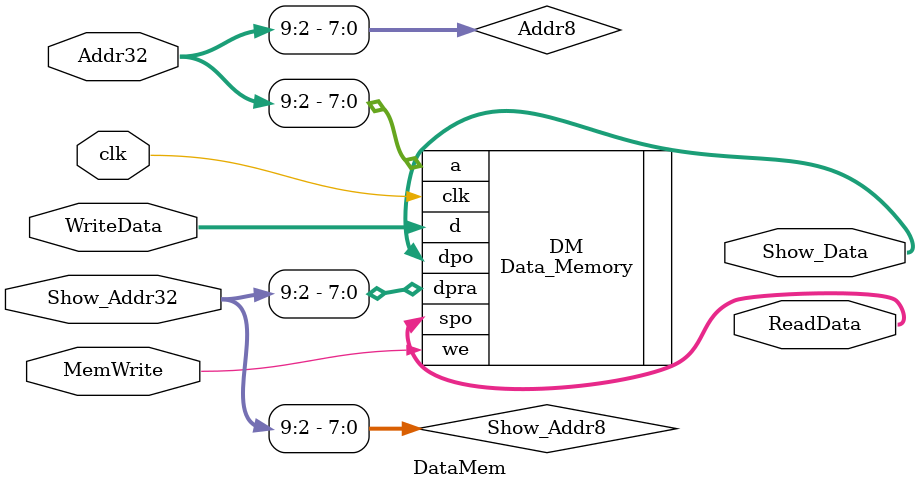
<source format=v>
`timescale 1ns / 1ps


module DataMem(
    input clk,
    input [31:0] Addr32, Show_Addr32,
    input [31:0] WriteData,
    input MemWrite, 
    output [31:0] ReadData, Show_Data
    );
    
    wire [7:0] Addr8, Show_Addr8;
    
    assign Addr8 = Addr32[9:2];
    assign Show_Addr8 = Show_Addr32[9:2];
    
    Data_Memory DM (
        .a(Addr8), // : IN STD_LOGIC_VECTOR(7 DOWNTO 0);
        .d(WriteData), // : IN STD_LOGIC_VECTOR(31 DOWNTO 0);
        .dpra(Show_Addr8), // : IN STD_LOGIC_VECTOR(7 DOWNTO 0);
        .clk(clk), // : IN STD_LOGIC;
        .we(MemWrite), // : IN STD_LOGIC;
        .spo(ReadData), // : OUT STD_LOGIC_VECTOR(31 DOWNTO 0);
        .dpo(Show_Data) // : OUT STD_LOGIC_VECTOR(31 DOWNTO 0)
    );
    
endmodule

</source>
